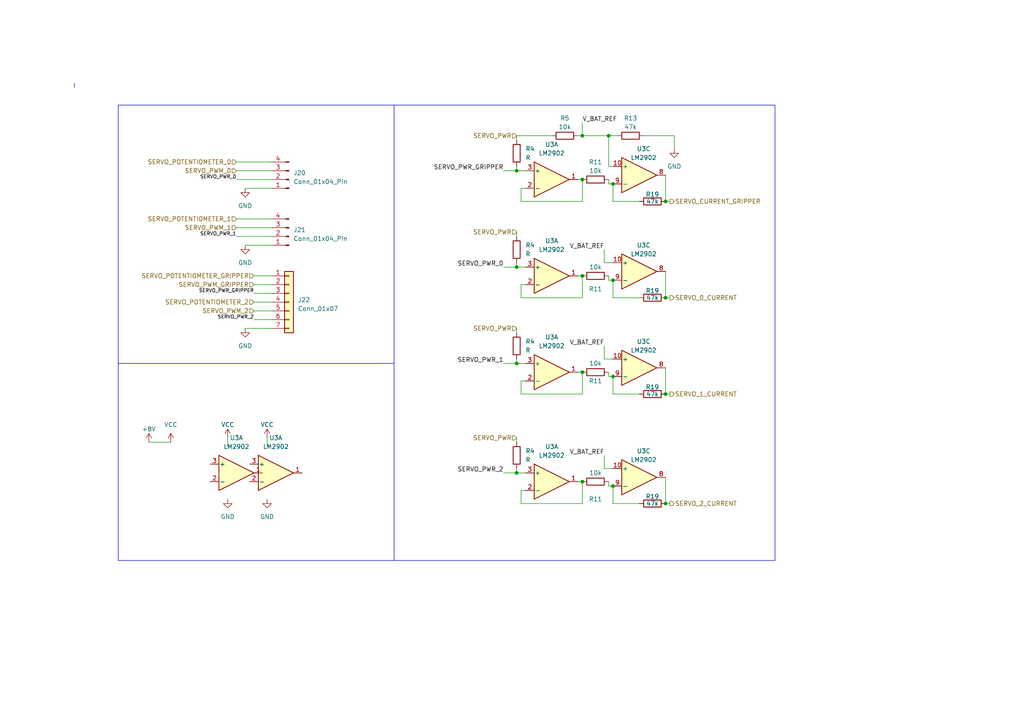
<source format=kicad_sch>
(kicad_sch (version 20230121) (generator eeschema)
  (paper "A4")
  (lib_symbols
    (symbol "Amplifier_Operational:LM2902" (pin_names (offset 0.127))
      (property "Reference" "U" (at 0 5.08 0))
      (property "Value" "LM2902" (at 0 -5.08 0))
      (symbol "LM2902_1_1"
        (polyline (pts (xy -5.08 5.08) (xy 5.08 0) (xy -5.08 -5.08) (xy -5.08 5.08)) (stroke (width 0.254)) (fill (type background)))
        (pin output line (at 7.62 0 180) (length 2.54) (name "~") (number "1"))
        (pin input line (at -7.62 -2.54 0) (length 2.54) (name "-") (number "2"))
        (pin input line (at -7.62 2.54 0) (length 2.54) (name "+") (number "3"))
      )
      (symbol "LM2902_2_1"
        (polyline (pts (xy -5.08 5.08) (xy 5.08 0) (xy -5.08 -5.08) (xy -5.08 5.08)) (stroke (width 0.254)) (fill (type background)))
        (pin input line (at -7.62 2.54 0) (length 2.54) (name "+") (number "5"))
        (pin input line (at -7.62 -2.54 0) (length 2.54) (name "-") (number "6"))
        (pin output line (at 7.62 0 180) (length 2.54) (name "~") (number "7"))
      )
      (symbol "LM2902_3_1"
        (polyline (pts (xy -5.08 5.08) (xy 5.08 0) (xy -5.08 -5.08) (xy -5.08 5.08)) (stroke (width 0.254)) (fill (type background)))
        (pin input line (at -7.62 2.54 0) (length 2.54) (name "+") (number "10"))
        (pin output line (at 7.62 0 180) (length 2.54) (name "~") (number "8"))
        (pin input line (at -7.62 -2.54 0) (length 2.54) (name "-") (number "9"))
      )
      (symbol "LM2902_4_1"
        (polyline (pts (xy -5.08 5.08) (xy 5.08 0) (xy -5.08 -5.08) (xy -5.08 5.08)) (stroke (width 0.254)) (fill (type background)))
        (pin input line (at -7.62 2.54 0) (length 2.54) (name "+") (number "12"))
        (pin input line (at -7.62 -2.54 0) (length 2.54) (name "-") (number "13"))
        (pin output line (at 7.62 0 180) (length 2.54) (name "~") (number "14"))
      )
      (symbol "LM2902_5_1"
        (pin power_in line (at -2.54 -7.62 90) (length 3.81) (name "V-") (number "11"))
        (pin power_in line (at -2.54 7.62 270) (length 3.81) (name "V+") (number "4"))
      )
    )
    (symbol "Connector:Conn_01x04_Pin" (pin_names (offset 1.016) hide)
      (property "Reference" "J" (at 0 5.08 0))
      (property "Value" "Conn_01x04_Pin" (at 0 -7.62 0))
      (symbol "Conn_01x04_Pin_1_1"
        (polyline (pts (xy 1.27 -5.08) (xy 0.8636 -5.08)) (stroke (width 0.1524)))
        (polyline (pts (xy 1.27 -2.54) (xy 0.8636 -2.54)) (stroke (width 0.1524)))
        (polyline (pts (xy 1.27 0) (xy 0.8636 0)) (stroke (width 0.1524)))
        (polyline (pts (xy 1.27 2.54) (xy 0.8636 2.54)) (stroke (width 0.1524)))
        (rectangle (start 0.8636 -4.953) (end 0 -5.207) (stroke (width 0.1524)) (fill (type outline)))
        (rectangle (start 0.8636 -2.413) (end 0 -2.667) (stroke (width 0.1524)) (fill (type outline)))
        (rectangle (start 0.8636 0.127) (end 0 -0.127) (stroke (width 0.1524)) (fill (type outline)))
        (rectangle (start 0.8636 2.667) (end 0 2.413) (stroke (width 0.1524)) (fill (type outline)))
        (pin passive line (at 5.08 2.54 180) (length 3.81) (name "Pin_1") (number "1"))
        (pin passive line (at 5.08 0 180) (length 3.81) (name "Pin_2") (number "2"))
        (pin passive line (at 5.08 -2.54 180) (length 3.81) (name "Pin_3") (number "3"))
        (pin passive line (at 5.08 -5.08 180) (length 3.81) (name "Pin_4") (number "4"))
      )
    )
    (symbol "Connector_Generic:Conn_01x07" (pin_names (offset 1.016) hide)
      (property "Reference" "J" (at 0 10.16 0))
      (property "Value" "Conn_01x07" (at 0 -10.16 0))
      (symbol "Conn_01x07_1_1"
        (rectangle (start -1.27 -7.493) (end 0 -7.747) (stroke (width 0.1524)))
        (rectangle (start -1.27 -4.953) (end 0 -5.207) (stroke (width 0.1524)))
        (rectangle (start -1.27 -2.413) (end 0 -2.667) (stroke (width 0.1524)))
        (rectangle (start -1.27 0.127) (end 0 -0.127) (stroke (width 0.1524)))
        (rectangle (start -1.27 2.667) (end 0 2.413) (stroke (width 0.1524)))
        (rectangle (start -1.27 5.207) (end 0 4.953) (stroke (width 0.1524)))
        (rectangle (start -1.27 7.747) (end 0 7.493) (stroke (width 0.1524)))
        (rectangle (start -1.27 8.89) (end 1.27 -8.89) (stroke (width 0.254)) (fill (type background)))
        (pin passive line (at -5.08 7.62 0) (length 3.81) (name "Pin_1") (number "1"))
        (pin passive line (at -5.08 5.08 0) (length 3.81) (name "Pin_2") (number "2"))
        (pin passive line (at -5.08 2.54 0) (length 3.81) (name "Pin_3") (number "3"))
        (pin passive line (at -5.08 0 0) (length 3.81) (name "Pin_4") (number "4"))
        (pin passive line (at -5.08 -2.54 0) (length 3.81) (name "Pin_5") (number "5"))
        (pin passive line (at -5.08 -5.08 0) (length 3.81) (name "Pin_6") (number "6"))
        (pin passive line (at -5.08 -7.62 0) (length 3.81) (name "Pin_7") (number "7"))
      )
    )
    (symbol "Device:R" (pin_numbers hide) (pin_names (offset 0))
      (property "Reference" "R" (at 2.032 0 90))
      (property "Value" "R" (at 0 0 90))
      (symbol "R_0_1"
        (rectangle (start -1.016 -2.54) (end 1.016 2.54) (stroke (width 0.254)))
      )
      (symbol "R_1_1"
        (pin passive line (at 0 3.81 270) (length 1.27) (name "~") (number "1"))
        (pin passive line (at 0 -3.81 90) (length 1.27) (name "~") (number "2"))
      )
    )
    (symbol "power:+8V" (power) (pin_names (offset 0))
      (property "Value" "+8V" (at 0 3.556 0))
      (symbol "+8V_0_1"
        (polyline (pts (xy -0.762 1.27) (xy 0 2.54)))
        (polyline (pts (xy 0 0) (xy 0 2.54)))
        (polyline (pts (xy 0 2.54) (xy 0.762 1.27)))
      )
      (symbol "+8V_1_1"
        (pin power_in line (at 0 0 90) (length 0) hide (name "+8V") (number "1"))
      )
    )
    (symbol "power:GND" (power) (pin_names (offset 0))
      (property "Value" "GND" (at 0 -3.81 0))
      (symbol "GND_0_1"
        (polyline (pts (xy 0 0) (xy 0 -1.27) (xy 1.27 -1.27) (xy 0 -2.54) (xy -1.27 -1.27) (xy 0 -1.27)))
      )
      (symbol "GND_1_1"
        (pin power_in line (at 0 0 270) (length 0) hide (name "GND") (number "1"))
      )
    )
    (symbol "power:VCC" (power) (pin_names (offset 0))
      (property "Value" "VCC" (at 0 3.81 0))
      (symbol "VCC_0_1"
        (polyline (pts (xy -0.762 1.27) (xy 0 2.54)))
        (polyline (pts (xy 0 0) (xy 0 2.54)))
        (polyline (pts (xy 0 2.54) (xy 0.762 1.27)))
      )
      (symbol "VCC_1_1"
        (pin power_in line (at 0 0 90) (length 0) hide (name "VCC") (number "1"))
      )
    )
  )
  (junction (at 176.53 39.37))
  (junction (at 177.8 53.34))
  (junction (at 168.91 139.7))
  (junction (at 177.8 81.28))
  (junction (at 193.04 58.42))
  (junction (at 149.86 77.47))
  (junction (at 168.91 107.95))
  (junction (at 149.86 105.41))
  (junction (at 149.86 137.16))
  (junction (at 177.8 140.97))
  (junction (at 149.86 49.53))
  (junction (at 193.04 114.3))
  (junction (at 168.91 39.37))
  (junction (at 193.04 86.36))
  (junction (at 177.8 109.22))
  (junction (at 193.04 146.05))
  (junction (at 168.91 80.01))
  (junction (at 168.91 52.07))
  (wire (pts (xy 149.86 77.47) (xy 152.4 77.47)))
  (wire (pts (xy 168.91 35.56) (xy 168.91 39.37)))
  (polyline (pts (xy 34.29 30.48) (xy 224.79 30.48)))
  (wire (pts (xy 195.58 39.37) (xy 186.69 39.37)))
  (wire (pts (xy 175.26 132.08) (xy 175.26 135.89)))
  (wire (pts (xy 185.42 146.05) (xy 177.8 146.05)))
  (wire (pts (xy 152.4 82.55) (xy 151.13 82.55)))
  (wire (pts (xy 167.64 39.37) (xy 168.91 39.37)))
  (wire (pts (xy 168.91 107.95) (xy 167.64 107.95)))
  (wire (pts (xy 185.42 86.36) (xy 177.8 86.36)))
  (wire (pts (xy 194.31 114.3) (xy 193.04 114.3)))
  (polyline (pts (xy 21.59 24.13) (xy 21.59 25.4)))
  (polyline (pts (xy 34.29 105.41) (xy 114.3 105.41)))
  (wire (pts (xy 168.91 52.07) (xy 167.64 52.07)))
  (wire (pts (xy 78.74 90.17) (xy 73.66 90.17)))
  (wire (pts (xy 49.53 128.27) (xy 43.18 128.27)))
  (wire (pts (xy 176.53 109.22) (xy 177.8 109.22)))
  (wire (pts (xy 149.86 104.14) (xy 149.86 105.41)))
  (wire (pts (xy 73.66 85.09) (xy 78.74 85.09)))
  (wire (pts (xy 78.74 68.58) (xy 68.58 68.58)))
  (wire (pts (xy 73.66 92.71) (xy 78.74 92.71)))
  (wire (pts (xy 193.04 114.3) (xy 193.04 106.68)))
  (wire (pts (xy 194.31 86.36) (xy 193.04 86.36)))
  (polyline (pts (xy 34.29 30.48) (xy 34.29 162.56)))
  (wire (pts (xy 151.13 114.3) (xy 168.91 114.3)))
  (wire (pts (xy 146.05 137.16) (xy 149.86 137.16)))
  (wire (pts (xy 152.4 54.61) (xy 151.13 54.61)))
  (wire (pts (xy 151.13 58.42) (xy 168.91 58.42)))
  (wire (pts (xy 176.53 48.26) (xy 176.53 39.37)))
  (wire (pts (xy 73.66 82.55) (xy 78.74 82.55)))
  (wire (pts (xy 176.53 81.28) (xy 177.8 81.28)))
  (wire (pts (xy 176.53 140.97) (xy 177.8 140.97)))
  (wire (pts (xy 151.13 86.36) (xy 168.91 86.36)))
  (wire (pts (xy 151.13 82.55) (xy 151.13 86.36)))
  (wire (pts (xy 168.91 107.95) (xy 168.91 114.3)))
  (wire (pts (xy 149.86 49.53) (xy 152.4 49.53)))
  (wire (pts (xy 185.42 58.42) (xy 177.8 58.42)))
  (wire (pts (xy 177.8 114.3) (xy 177.8 109.22)))
  (wire (pts (xy 71.12 54.61) (xy 78.74 54.61)))
  (wire (pts (xy 177.8 48.26) (xy 176.53 48.26)))
  (wire (pts (xy 168.91 80.01) (xy 168.91 86.36)))
  (wire (pts (xy 176.53 109.22) (xy 176.53 107.95)))
  (wire (pts (xy 194.31 58.42) (xy 193.04 58.42)))
  (polyline (pts (xy 34.29 162.56) (xy 224.79 162.56)))
  (wire (pts (xy 149.86 39.37) (xy 160.02 39.37)))
  (wire (pts (xy 73.66 80.01) (xy 78.74 80.01)))
  (wire (pts (xy 71.12 71.12) (xy 78.74 71.12)))
  (wire (pts (xy 146.05 77.47) (xy 149.86 77.47)))
  (wire (pts (xy 176.53 81.28) (xy 176.53 80.01)))
  (wire (pts (xy 168.91 52.07) (xy 168.91 58.42)))
  (wire (pts (xy 149.86 137.16) (xy 152.4 137.16)))
  (wire (pts (xy 77.47 127) (xy 77.47 129.54)))
  (wire (pts (xy 151.13 110.49) (xy 151.13 114.3)))
  (wire (pts (xy 151.13 142.24) (xy 151.13 146.05)))
  (polyline (pts (xy 224.79 162.56) (xy 224.79 30.48)))
  (wire (pts (xy 193.04 146.05) (xy 193.04 138.43)))
  (wire (pts (xy 149.86 68.58) (xy 149.86 67.31)))
  (wire (pts (xy 185.42 114.3) (xy 177.8 114.3)))
  (wire (pts (xy 151.13 54.61) (xy 151.13 58.42)))
  (wire (pts (xy 177.8 104.14) (xy 175.26 104.14)))
  (wire (pts (xy 68.58 46.99) (xy 78.74 46.99)))
  (wire (pts (xy 78.74 66.04) (xy 68.58 66.04)))
  (wire (pts (xy 149.86 48.26) (xy 149.86 49.53)))
  (wire (pts (xy 193.04 58.42) (xy 193.04 50.8)))
  (wire (pts (xy 149.86 76.2) (xy 149.86 77.47)))
  (wire (pts (xy 149.86 135.89) (xy 149.86 137.16)))
  (wire (pts (xy 149.86 105.41) (xy 152.4 105.41)))
  (wire (pts (xy 195.58 39.37) (xy 195.58 43.18)))
  (wire (pts (xy 176.53 53.34) (xy 177.8 53.34)))
  (wire (pts (xy 152.4 142.24) (xy 151.13 142.24)))
  (wire (pts (xy 78.74 49.53) (xy 68.58 49.53)))
  (wire (pts (xy 177.8 86.36) (xy 177.8 81.28)))
  (wire (pts (xy 176.53 39.37) (xy 179.07 39.37)))
  (wire (pts (xy 71.12 95.25) (xy 78.74 95.25)))
  (wire (pts (xy 176.53 140.97) (xy 176.53 139.7)))
  (wire (pts (xy 168.91 139.7) (xy 168.91 146.05)))
  (wire (pts (xy 149.86 40.64) (xy 149.86 39.37)))
  (wire (pts (xy 175.26 72.39) (xy 175.26 76.2)))
  (wire (pts (xy 177.8 58.42) (xy 177.8 53.34)))
  (wire (pts (xy 78.74 52.07) (xy 68.58 52.07)))
  (wire (pts (xy 146.05 105.41) (xy 149.86 105.41)))
  (wire (pts (xy 149.86 96.52) (xy 149.86 95.25)))
  (wire (pts (xy 146.05 49.53) (xy 149.86 49.53)))
  (wire (pts (xy 168.91 139.7) (xy 167.64 139.7)))
  (wire (pts (xy 177.8 135.89) (xy 175.26 135.89)))
  (wire (pts (xy 151.13 146.05) (xy 168.91 146.05)))
  (wire (pts (xy 73.66 87.63) (xy 78.74 87.63)))
  (wire (pts (xy 177.8 146.05) (xy 177.8 140.97)))
  (polyline (pts (xy 114.3 30.48) (xy 114.3 162.56)))
  (wire (pts (xy 193.04 86.36) (xy 193.04 78.74)))
  (wire (pts (xy 66.04 127) (xy 66.04 129.54)))
  (wire (pts (xy 149.86 128.27) (xy 149.86 127)))
  (wire (pts (xy 152.4 110.49) (xy 151.13 110.49)))
  (wire (pts (xy 168.91 39.37) (xy 176.53 39.37)))
  (wire (pts (xy 176.53 53.34) (xy 176.53 52.07)))
  (wire (pts (xy 194.31 146.05) (xy 193.04 146.05)))
  (wire (pts (xy 68.58 63.5) (xy 78.74 63.5)))
  (wire (pts (xy 175.26 100.33) (xy 175.26 104.14)))
  (wire (pts (xy 177.8 76.2) (xy 175.26 76.2)))
  (wire (pts (xy 168.91 80.01) (xy 167.64 80.01)))
  (label "SERVO_PWR_GRIPPER" (at 73.66 85.09 180) (effects (font (size 1 1))))
  (label "V_BAT_REF" (at 168.91 35.56 0))
  (label "SERVO_PWR_2" (at 146.05 137.16 180))
  (label "SERVO_PWR_0" (at 68.58 52.07 180) (effects (font (size 1 1))))
  (label "SERVO_PWR_2" (at 73.66 92.71 180) (effects (font (size 1 1))))
  (label "SERVO_PWR_1" (at 146.05 105.41 180))
  (label "SERVO_PWR_GRIPPER" (at 146.05 49.53 180))
  (label "SERVO_PWR_1" (at 68.58 68.58 180) (effects (font (size 1 1))))
  (label "V_BAT_REF" (at 175.26 100.33 180))
  (label "SERVO_PWR_0" (at 146.05 77.47 180))
  (label "V_BAT_REF" (at 175.26 132.08 180))
  (label "V_BAT_REF" (at 175.26 72.39 180))
  (hierarchical_label "SERVO_POTENTIOMETER_0" (shape input) (at 68.58 46.99 180))
  (hierarchical_label "SERVO_PWM_GRIPPER" (shape input) (at 73.66 82.55 180))
  (hierarchical_label "SERVO_PWR" (shape input) (at 149.86 67.31 180))
  (hierarchical_label "SERVO_PWR" (shape input) (at 149.86 39.37 180))
  (hierarchical_label "SERVO_2_CURRENT" (shape output) (at 194.31 146.05 0))
  (hierarchical_label "SERVO_1_CURRENT" (shape output) (at 194.31 114.3 0))
  (hierarchical_label "SERVO_PWR" (shape input) (at 149.86 95.25 180))
  (hierarchical_label "SERVO_PWM_1" (shape input) (at 68.58 66.04 180))
  (hierarchical_label "SERVO_PWR" (shape input) (at 149.86 127 180))
  (hierarchical_label "SERVO_POTENTIOMETER_2" (shape input) (at 73.66 87.63 180))
  (hierarchical_label "SERVO_PWM_2" (shape input) (at 73.66 90.17 180))
  (hierarchical_label "SERVO_POTENTIOMETER_GRIPPER" (shape input) (at 73.66 80.01 180))
  (hierarchical_label "SERVO_PWM_0" (shape input) (at 68.58 49.53 180))
  (hierarchical_label "SERVO_CURRENT_GRIPPER" (shape output) (at 194.31 58.42 0))
  (hierarchical_label "SERVO_0_CURRENT" (shape output) (at 194.31 86.36 0))
  (hierarchical_label "SERVO_POTENTIOMETER_1" (shape input) (at 68.58 63.5 180))
  (symbol (lib_id "Device:R") (at 182.88 39.37 90) (unit 1)
    (property "Reference" "R13" (at 182.88 34.29 90))
    (property "Value" "47k" (at 182.88 36.83 90))
    (property "Footprint" "Resistor_SMD:R_1206_3216Metric_Pad1.30x1.75mm_HandSolder" (effects hide))
    (instances (project "Hexapod_Hardware" (path "" (reference "R13") (unit 1)) (path "" (reference "R64") (unit 1)) (path "" (reference "R48") (unit 1))))
  )
  (symbol (lib_id "power:GND") (at 71.12 95.25 0) (unit 1)
    (property "Reference" "#PWR055" (effects hide))
    (property "Value" "GND" (at 71.12 100.33 0))
    (instances (project "Hexapod_Hardware" (path "" (reference "#PWR055") (unit 1)) (path "" (reference "#PWR0139") (unit 1)) (path "" (reference "#PWR078") (unit 1))))
  )
  (symbol (lib_id "Device:R") (at 189.23 114.3 90) (unit 1)
    (property "Reference" "R19" (at 189.23 112.268 90))
    (property "Value" "47k" (at 189.23 114.3 90))
    (property "Footprint" "Resistor_SMD:R_1206_3216Metric_Pad1.30x1.75mm_HandSolder" (effects hide))
    (instances (project "Hexapod_Hardware" (path "" (reference "R19") (unit 1)) (path "" (reference "R65") (unit 1)) (path "" (reference "R51") (unit 1))))
  )
  (symbol (lib_id "Device:R") (at 172.72 107.95 90) (unit 1)
    (property "Reference" "R11" (at 172.72 110.49 90))
    (property "Value" "10k" (at 172.72 105.41 90))
    (property "Footprint" "Resistor_SMD:R_1206_3216Metric_Pad1.30x1.75mm_HandSolder" (effects hide))
    (instances (project "Hexapod_Hardware" (path "" (reference "R11") (unit 1)) (path "" (reference "R63") (unit 1)) (path "" (reference "R46") (unit 1))))
  )
  (symbol (lib_id "Device:R") (at 149.86 44.45 0) (unit 1)
    (property "Reference" "R4" (at 152.4 43.1799 0) (effects (justify left)))
    (property "Value" "R" (at 152.4 45.7199 0) (effects (justify left)))
    (property "Footprint" "Resistor_SMD:R_1206_3216Metric_Pad1.30x1.75mm_HandSolder" (effects hide))
    (instances (project "Hexapod_Hardware" (path "" (reference "R4") (unit 1)) (path "" (reference "R61") (unit 1)) (path "" (reference "R39") (unit 1))))
  )
  (symbol (lib_id "Connector:Conn_01x04_Pin") (at 83.82 68.58 180) (unit 1)
    (property "Reference" "J21" (at 85.09 66.675 0) (effects (justify right)))
    (property "Value" "Conn_01x04_Pin" (at 85.09 69.215 0) (effects (justify right)))
    (property "Footprint" "Connector_PinHeader_2.54mm:PinHeader_1x04_P2.54mm_Vertical" (effects hide))
  )
  (symbol (lib_id "power:GND") (at 71.12 54.61 0) (unit 1)
    (property "Reference" "#PWR055" (effects hide))
    (property "Value" "GND" (at 71.12 59.69 0))
    (instances (project "Hexapod_Hardware" (path "" (reference "#PWR055") (unit 1)) (path "" (reference "#PWR0139") (unit 1)) (path "" (reference "#PWR076") (unit 1))))
  )
  (symbol (lib_id "power:VCC") (at 49.53 128.27 0) (unit 1)
    (property "Reference" "#PWR096" (effects hide))
    (property "Value" "VCC" (at 49.53 123.19 0))
    (instances (project "Hexapod_Hardware" (path "" (reference "#PWR096") (unit 1)) (path "" (reference "#PWR073") (unit 1))))
  )
  (symbol (lib_id "power:GND") (at 66.04 144.78 0) (unit 1)
    (property "Reference" "#PWR0101" (effects hide))
    (property "Value" "GND" (at 66.04 149.86 0))
    (instances (project "Hexapod_Hardware" (path "" (reference "#PWR0101") (unit 1)) (path "" (reference "#PWR0138") (unit 1)) (path "" (reference "#PWR075") (unit 1))))
  )
  (symbol (lib_id "Device:R") (at 172.72 139.7 90) (unit 1)
    (property "Reference" "R11" (at 172.72 144.78 90))
    (property "Value" "10k" (at 172.72 137.16 90))
    (property "Footprint" "Resistor_SMD:R_1206_3216Metric_Pad1.30x1.75mm_HandSolder" (effects hide))
    (instances (project "Hexapod_Hardware" (path "" (reference "R11") (unit 1)) (path "" (reference "R63") (unit 1)) (path "" (reference "R47") (unit 1))))
  )
  (symbol (lib_id "power:GND") (at 195.58 43.18 0) (unit 1)
    (property "Reference" "#PWR0101" (effects hide))
    (property "Value" "GND" (at 195.58 48.26 0))
    (instances (project "Hexapod_Hardware" (path "" (reference "#PWR0101") (unit 1)) (path "" (reference "#PWR0138") (unit 1)) (path "" (reference "#PWR081") (unit 1))))
  )
  (symbol (lib_id "Amplifier_Operational:LM2902") (at 160.02 52.07 0) (unit 1)
    (property "Reference" "U3" (at 160.02 41.91 0))
    (property "Value" "LM2902" (at 160.02 44.45 0))
    (property "Footprint" "Package_SO:SOIC-14_3.9x8.7mm_P1.27mm" (effects hide))
    (property "Datasheet" "http://www.ti.com/lit/ds/symlink/lm2902-n.pdf" (effects hide))
    (instances (project "Hexapod_Hardware" (path "" (reference "U3") (unit 1)) (path "" (reference "U9") (unit 1)) (path "" (reference "U10") (unit 1))))
  )
  (symbol (lib_id "power:VCC") (at 77.47 127 0) (unit 1)
    (property "Reference" "#PWR079" (effects hide))
    (property "Value" "VCC" (at 77.47 123.19 0))
  )
  (symbol (lib_id "Device:R") (at 189.23 146.05 90) (unit 1)
    (property "Reference" "R19" (at 189.23 144.018 90))
    (property "Value" "47k" (at 189.23 146.05 90))
    (property "Footprint" "Resistor_SMD:R_1206_3216Metric_Pad1.30x1.75mm_HandSolder" (effects hide))
    (instances (project "Hexapod_Hardware" (path "" (reference "R19") (unit 1)) (path "" (reference "R65") (unit 1)) (path "" (reference "R52") (unit 1))))
  )
  (symbol (lib_id "Amplifier_Operational:LM2902") (at 80.01 137.16 0) (unit 1)
    (property "Reference" "U3" (at 80.01 127 0))
    (property "Value" "LM2902" (at 80.01 129.54 0))
    (property "Footprint" "Package_SO:SOIC-14_3.9x8.7mm_P1.27mm" (effects hide))
    (property "Datasheet" "http://www.ti.com/lit/ds/symlink/lm2902-n.pdf" (effects hide))
    (instances (project "Hexapod_Hardware" (path "" (reference "U3") (unit 1)) (path "" (reference "U9") (unit 1)) (path "" (reference "U11") (unit 5))))
  )
  (symbol (lib_id "Amplifier_Operational:LM2902") (at 185.42 138.43 0) (unit 3)
    (property "Reference" "U3" (at 186.69 130.81 0))
    (property "Value" "LM2902" (at 186.69 133.35 0))
    (property "Footprint" "Package_SO:SOIC-14_3.9x8.7mm_P1.27mm" (effects hide))
    (property "Datasheet" "http://www.ti.com/lit/ds/symlink/lm2902-n.pdf" (effects hide))
    (instances (project "Hexapod_Hardware" (path "" (reference "U3") (unit 3)) (path "" (reference "U9") (unit 3)) (path "" (reference "U11") (unit 4))))
  )
  (symbol (lib_id "Device:R") (at 149.86 72.39 0) (unit 1)
    (property "Reference" "R4" (at 152.4 71.1199 0) (effects (justify left)))
    (property "Value" "R" (at 152.4 73.6599 0) (effects (justify left)))
    (property "Footprint" "Resistor_SMD:R_1206_3216Metric_Pad1.30x1.75mm_HandSolder" (effects hide))
    (instances (project "Hexapod_Hardware" (path "" (reference "R4") (unit 1)) (path "" (reference "R61") (unit 1)) (path "" (reference "R40") (unit 1))))
  )
  (symbol (lib_id "power:GND") (at 71.12 71.12 0) (unit 1)
    (property "Reference" "#PWR055" (effects hide))
    (property "Value" "GND" (at 71.12 76.2 0))
    (instances (project "Hexapod_Hardware" (path "" (reference "#PWR055") (unit 1)) (path "" (reference "#PWR0139") (unit 1)) (path "" (reference "#PWR077") (unit 1))))
  )
  (symbol (lib_id "Amplifier_Operational:LM2902") (at 160.02 107.95 0) (unit 1)
    (property "Reference" "U3" (at 160.02 97.79 0))
    (property "Value" "LM2902" (at 160.02 100.33 0))
    (property "Footprint" "Package_SO:SOIC-14_3.9x8.7mm_P1.27mm" (effects hide))
    (property "Datasheet" "http://www.ti.com/lit/ds/symlink/lm2902-n.pdf" (effects hide))
    (instances (project "Hexapod_Hardware" (path "" (reference "U3") (unit 1)) (path "" (reference "U9") (unit 1)) (path "" (reference "U11") (unit 1))))
  )
  (symbol (lib_id "Amplifier_Operational:LM2902") (at 185.42 78.74 0) (unit 3)
    (property "Reference" "U3" (at 186.69 71.12 0))
    (property "Value" "LM2902" (at 186.69 73.66 0))
    (property "Footprint" "Package_SO:SOIC-14_3.9x8.7mm_P1.27mm" (effects hide))
    (property "Datasheet" "http://www.ti.com/lit/ds/symlink/lm2902-n.pdf" (effects hide))
    (instances (project "Hexapod_Hardware" (path "" (reference "U3") (unit 3)) (path "" (reference "U9") (unit 3)) (path "" (reference "U10") (unit 4))))
  )
  (symbol (lib_id "Device:R") (at 149.86 132.08 0) (unit 1)
    (property "Reference" "R4" (at 152.4 130.8099 0) (effects (justify left)))
    (property "Value" "R" (at 152.4 133.3499 0) (effects (justify left)))
    (property "Footprint" "Resistor_SMD:R_1206_3216Metric_Pad1.30x1.75mm_HandSolder" (effects hide))
    (instances (project "Hexapod_Hardware" (path "" (reference "R4") (unit 1)) (path "" (reference "R61") (unit 1)) (path "" (reference "R42") (unit 1))))
  )
  (symbol (lib_id "Device:R") (at 189.23 86.36 90) (unit 1)
    (property "Reference" "R19" (at 189.23 84.328 90))
    (property "Value" "47k" (at 189.23 86.36 90))
    (property "Footprint" "Resistor_SMD:R_1206_3216Metric_Pad1.30x1.75mm_HandSolder" (effects hide))
    (instances (project "Hexapod_Hardware" (path "" (reference "R19") (unit 1)) (path "" (reference "R65") (unit 1)) (path "" (reference "R50") (unit 1))))
  )
  (symbol (lib_id "Device:R") (at 172.72 52.07 90) (unit 1)
    (property "Reference" "R11" (at 172.72 46.99 90))
    (property "Value" "10k" (at 172.72 49.53 90))
    (property "Footprint" "Resistor_SMD:R_1206_3216Metric_Pad1.30x1.75mm_HandSolder" (effects hide))
    (instances (project "Hexapod_Hardware" (path "" (reference "R11") (unit 1)) (path "" (reference "R63") (unit 1)) (path "" (reference "R44") (unit 1))))
  )
  (symbol (lib_id "Device:R") (at 163.83 39.37 90) (unit 1)
    (property "Reference" "R5" (at 163.83 34.29 90))
    (property "Value" "10k" (at 163.83 36.83 90))
    (property "Footprint" "Resistor_SMD:R_1206_3216Metric_Pad1.30x1.75mm_HandSolder" (effects hide))
    (instances (project "Hexapod_Hardware" (path "" (reference "R5") (unit 1)) (path "" (reference "R62") (unit 1)) (path "" (reference "R43") (unit 1))))
  )
  (symbol (lib_id "power:VCC") (at 66.04 127 0) (unit 1)
    (property "Reference" "#PWR074" (effects hide))
    (property "Value" "VCC" (at 66.04 123.19 0))
  )
  (symbol (lib_id "Amplifier_Operational:LM2902") (at 160.02 80.01 0) (unit 1)
    (property "Reference" "U3" (at 160.02 69.85 0))
    (property "Value" "LM2902" (at 160.02 72.39 0))
    (property "Footprint" "Package_SO:SOIC-14_3.9x8.7mm_P1.27mm" (effects hide))
    (property "Datasheet" "http://www.ti.com/lit/ds/symlink/lm2902-n.pdf" (effects hide))
    (instances (project "Hexapod_Hardware" (path "" (reference "U3") (unit 1)) (path "" (reference "U9") (unit 1)) (path "" (reference "U10") (unit 3))))
  )
  (symbol (lib_id "Amplifier_Operational:LM2902") (at 160.02 139.7 0) (unit 1)
    (property "Reference" "U3" (at 160.02 129.54 0))
    (property "Value" "LM2902" (at 160.02 132.08 0))
    (property "Footprint" "Package_SO:SOIC-14_3.9x8.7mm_P1.27mm" (effects hide))
    (property "Datasheet" "http://www.ti.com/lit/ds/symlink/lm2902-n.pdf" (effects hide))
    (instances (project "Hexapod_Hardware" (path "" (reference "U3") (unit 1)) (path "" (reference "U9") (unit 1)) (path "" (reference "U11") (unit 3))))
  )
  (symbol (lib_id "Device:R") (at 172.72 80.01 90) (unit 1)
    (property "Reference" "R11" (at 172.72 83.82 90))
    (property "Value" "10k" (at 172.72 77.47 90))
    (property "Footprint" "Resistor_SMD:R_1206_3216Metric_Pad1.30x1.75mm_HandSolder" (effects hide))
    (instances (project "Hexapod_Hardware" (path "" (reference "R11") (unit 1)) (path "" (reference "R63") (unit 1)) (path "" (reference "R45") (unit 1))))
  )
  (symbol (lib_id "power:GND") (at 77.47 144.78 0) (unit 1)
    (property "Reference" "#PWR0101" (effects hide))
    (property "Value" "GND" (at 77.47 149.86 0))
    (instances (project "Hexapod_Hardware" (path "" (reference "#PWR0101") (unit 1)) (path "" (reference "#PWR0138") (unit 1)) (path "" (reference "#PWR080") (unit 1))))
  )
  (symbol (lib_id "Amplifier_Operational:LM2902") (at 185.42 50.8 0) (unit 3)
    (property "Reference" "U3" (at 186.69 43.18 0))
    (property "Value" "LM2902" (at 186.69 45.72 0))
    (property "Footprint" "Package_SO:SOIC-14_3.9x8.7mm_P1.27mm" (effects hide))
    (property "Datasheet" "http://www.ti.com/lit/ds/symlink/lm2902-n.pdf" (effects hide))
    (instances (project "Hexapod_Hardware" (path "" (reference "U3") (unit 3)) (path "" (reference "U9") (unit 3)) (path "" (reference "U10") (unit 2))))
  )
  (symbol (lib_id "Amplifier_Operational:LM2902") (at 68.58 137.16 0) (unit 1)
    (property "Reference" "U3" (at 68.58 127 0))
    (property "Value" "LM2902" (at 68.58 129.54 0))
    (property "Footprint" "Package_SO:SOIC-14_3.9x8.7mm_P1.27mm" (effects hide))
    (property "Datasheet" "http://www.ti.com/lit/ds/symlink/lm2902-n.pdf" (effects hide))
    (instances (project "Hexapod_Hardware" (path "" (reference "U3") (unit 1)) (path "" (reference "U9") (unit 1)) (path "" (reference "U10") (unit 5))))
  )
  (symbol (lib_id "Connector:Conn_01x04_Pin") (at 83.82 52.07 180) (unit 1)
    (property "Reference" "J20" (at 85.09 50.165 0) (effects (justify right)))
    (property "Value" "Conn_01x04_Pin" (at 85.09 52.705 0) (effects (justify right)))
    (property "Footprint" "Connector_PinHeader_2.54mm:PinHeader_1x04_P2.54mm_Vertical" (effects hide))
  )
  (symbol (lib_id "Device:R") (at 149.86 100.33 0) (unit 1)
    (property "Reference" "R4" (at 152.4 99.0599 0) (effects (justify left)))
    (property "Value" "R" (at 152.4 101.5999 0) (effects (justify left)))
    (property "Footprint" "Resistor_SMD:R_1206_3216Metric_Pad1.30x1.75mm_HandSolder" (effects hide))
    (instances (project "Hexapod_Hardware" (path "" (reference "R4") (unit 1)) (path "" (reference "R61") (unit 1)) (path "" (reference "R41") (unit 1))))
  )
  (symbol (lib_id "Amplifier_Operational:LM2902") (at 185.42 106.68 0) (unit 3)
    (property "Reference" "U3" (at 186.69 99.06 0))
    (property "Value" "LM2902" (at 186.69 101.6 0))
    (property "Footprint" "Package_SO:SOIC-14_3.9x8.7mm_P1.27mm" (effects hide))
    (property "Datasheet" "http://www.ti.com/lit/ds/symlink/lm2902-n.pdf" (effects hide))
    (instances (project "Hexapod_Hardware" (path "" (reference "U3") (unit 3)) (path "" (reference "U9") (unit 3)) (path "" (reference "U11") (unit 2))))
  )
  (symbol (lib_id "power:+8V") (at 43.18 128.27 0) (unit 1)
    (property "Reference" "#PWR095" (effects hide))
    (property "Value" "+8V" (at 43.18 124.46 0))
    (instances (project "Hexapod_Hardware" (path "" (reference "#PWR095") (unit 1)) (path "" (reference "#PWR072") (unit 1))))
  )
  (symbol (lib_id "Device:R") (at 189.23 58.42 90) (unit 1)
    (property "Reference" "R19" (at 189.23 56.388 90))
    (property "Value" "47k" (at 189.23 58.42 90))
    (property "Footprint" "Resistor_SMD:R_1206_3216Metric_Pad1.30x1.75mm_HandSolder" (effects hide))
    (instances (project "Hexapod_Hardware" (path "" (reference "R19") (unit 1)) (path "" (reference "R65") (unit 1)) (path "" (reference "R49") (unit 1))))
  )
  (symbol (lib_id "Connector_Generic:Conn_01x07") (at 83.82 87.63 0) (unit 1)
    (property "Reference" "J22" (at 86.36 86.995 0) (effects (justify left)))
    (property "Value" "Conn_01x07" (at 86.36 89.535 0) (effects (justify left)))
    (property "Footprint" "Connector_PinHeader_2.54mm:PinHeader_1x07_P2.54mm_Vertical" (effects hide))
  )
)
</source>
